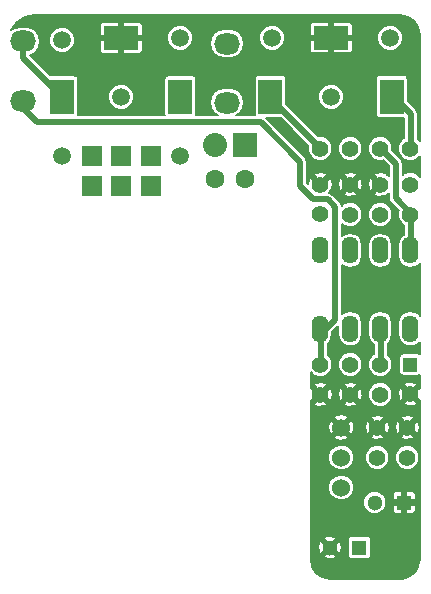
<source format=gbl>
G04 #@! TF.FileFunction,Copper,L2,Bot,Signal*
%FSLAX46Y46*%
G04 Gerber Fmt 4.6, Leading zero omitted, Abs format (unit mm)*
G04 Created by KiCad (PCBNEW (after 2015-may-01 BZR unknown)-product) date 05/11/2015 17:54:16*
%MOMM*%
G01*
G04 APERTURE LIST*
%ADD10C,0.160000*%
%ADD11C,1.397000*%
%ADD12R,1.700000X1.700000*%
%ADD13R,2.000000X3.000000*%
%ADD14R,3.000000X2.000000*%
%ADD15C,1.500000*%
%ADD16R,2.032000X2.032000*%
%ADD17O,2.032000X2.032000*%
%ADD18R,1.200000X1.200000*%
%ADD19R,1.300000X1.300000*%
%ADD20C,1.300000*%
%ADD21O,2.200000X1.800000*%
%ADD22O,1.400000X2.300000*%
%ADD23C,1.524000*%
%ADD24C,1.600000*%
%ADD25C,0.508000*%
%ADD26C,0.152400*%
G04 APERTURE END LIST*
D10*
D11*
X-5138420Y2458720D03*
X-5138420Y-41280D03*
D12*
X-24498420Y2372720D03*
X-24498420Y4872720D03*
X-21998420Y2372720D03*
X-21998420Y4872720D03*
X-19498420Y4872720D03*
X-19498420Y2372720D03*
D13*
X-26998420Y9872720D03*
X-16998420Y9872720D03*
D14*
X-21998420Y14872720D03*
D15*
X-21998420Y9872720D03*
X-16998420Y14872720D03*
X-26998420Y14672720D03*
X-26998420Y4872720D03*
X-16998420Y4872720D03*
D13*
X-9368420Y9884720D03*
X931580Y9884720D03*
D14*
X-4218420Y14884720D03*
D15*
X781580Y14884720D03*
X-9218420Y14884720D03*
X-4218420Y9884720D03*
D16*
X-11542420Y5782720D03*
D17*
X-14082420Y5782720D03*
D11*
X-5138420Y-15321280D03*
X-5138420Y-12781280D03*
X-58420Y2458720D03*
X-58420Y-81280D03*
X-2598420Y-15321280D03*
X-2598420Y-12781280D03*
X2481580Y2458720D03*
X2481580Y-81280D03*
X-58420Y-15321280D03*
X-58420Y-12781280D03*
X2227580Y-18115280D03*
X2227580Y-20655280D03*
X-312420Y-18115280D03*
X-312420Y-20655280D03*
X-5138420Y5506720D03*
X-2598420Y5506720D03*
X2481580Y5506720D03*
X-58420Y5506720D03*
D18*
X2481580Y-12781280D03*
D11*
X2481580Y-15281280D03*
D19*
X-1836420Y-28275280D03*
D20*
X-4336420Y-28275280D03*
D19*
X1973580Y-24465280D03*
D20*
X-526420Y-24465280D03*
D11*
X-2598420Y2458720D03*
X-2598420Y-81280D03*
D21*
X-13012420Y14396720D03*
X-13012420Y9396720D03*
X-30284420Y9570720D03*
X-30284420Y14570720D03*
D22*
X2481580Y-3121280D03*
X-58420Y-3121280D03*
X-2598420Y-3121280D03*
X-5138420Y-3121280D03*
X-5138420Y-9741280D03*
X-2598420Y-9741280D03*
X-58420Y-9741280D03*
X2481580Y-9741280D03*
D23*
X-3360420Y-20655280D03*
X-3360420Y-18115280D03*
X-3360420Y-23195280D03*
D24*
X-14028420Y2966720D03*
X-11488420Y2966720D03*
D25*
X-5087620Y5506720D02*
X-9292420Y9711520D01*
X-9292420Y9711520D02*
X-9292420Y9932720D01*
X2532380Y5506720D02*
X2532380Y8407920D01*
X2532380Y8407920D02*
X1007580Y9932720D01*
X-2420Y-10157280D02*
X-2420Y-12697280D01*
X-30284420Y9570720D02*
X-30284420Y8930640D01*
X-30284420Y8930640D02*
X-29080460Y7726680D01*
X-12171680Y7726680D02*
X-10195560Y7726680D01*
X-29080460Y7726680D02*
X-12171680Y7726680D01*
X-5138420Y-10241280D02*
X-3868420Y-8971280D01*
X-3868420Y538480D02*
X-3868420Y-8971280D01*
X-4523740Y1193800D02*
X-3868420Y538480D01*
X-5722620Y1193800D02*
X-4523740Y1193800D01*
X-6850380Y2321560D02*
X-5722620Y1193800D01*
X-6850380Y4381500D02*
X-6850380Y2321560D01*
X-10195560Y7726680D02*
X-6850380Y4381500D01*
X-5082420Y-10157280D02*
X-5082420Y-12697280D01*
X-30284420Y14570720D02*
X-30284420Y13158720D01*
X-30284420Y13158720D02*
X-26998420Y9872720D01*
X2537580Y2720D02*
X1262380Y1277920D01*
X2537580Y2720D02*
X2537580Y-2537280D01*
X1262380Y1277920D02*
X1262380Y4236720D01*
X1262380Y4236720D02*
X-7620Y5506720D01*
D26*
G36*
X3277380Y-29279831D02*
X3273926Y-29297195D01*
X3273926Y-18187746D01*
X3222010Y-17781811D01*
X3166546Y-17647910D01*
X3030822Y-17570707D01*
X3030822Y-16076312D01*
X2481580Y-15527070D01*
X2235790Y-15772860D01*
X2235790Y-15281280D01*
X1686548Y-14732038D01*
X1542614Y-14813910D01*
X1435234Y-15208814D01*
X1487150Y-15614749D01*
X1542614Y-15748650D01*
X1686548Y-15830522D01*
X2235790Y-15281280D01*
X2235790Y-15772860D01*
X1932338Y-16076312D01*
X2014210Y-16220246D01*
X2409114Y-16327626D01*
X2815049Y-16275710D01*
X2948950Y-16220246D01*
X3030822Y-16076312D01*
X3030822Y-17570707D01*
X3022612Y-17566038D01*
X2776822Y-17811828D01*
X2776822Y-17320248D01*
X2694950Y-17176314D01*
X2300046Y-17068934D01*
X1894111Y-17120850D01*
X1760210Y-17176314D01*
X1678338Y-17320248D01*
X2227580Y-17869490D01*
X2776822Y-17320248D01*
X2776822Y-17811828D01*
X2473370Y-18115280D01*
X3022612Y-18664522D01*
X3166546Y-18582650D01*
X3273926Y-18187746D01*
X3273926Y-29297195D01*
X3256458Y-29385012D01*
X3256458Y-20451557D01*
X3100178Y-20073330D01*
X2811052Y-19783699D01*
X2776822Y-19769485D01*
X2776822Y-18910312D01*
X2227580Y-18361070D01*
X1981790Y-18606860D01*
X1981790Y-18115280D01*
X1432548Y-17566038D01*
X1288614Y-17647910D01*
X1181234Y-18042814D01*
X1233150Y-18448749D01*
X1288614Y-18582650D01*
X1432548Y-18664522D01*
X1981790Y-18115280D01*
X1981790Y-18606860D01*
X1678338Y-18910312D01*
X1760210Y-19054246D01*
X2155114Y-19161626D01*
X2561049Y-19109710D01*
X2694950Y-19054246D01*
X2776822Y-18910312D01*
X2776822Y-19769485D01*
X2433099Y-19626759D01*
X2023857Y-19626402D01*
X1645630Y-19782682D01*
X1355999Y-20071808D01*
X1199059Y-20449761D01*
X1198702Y-20859003D01*
X1354982Y-21237230D01*
X1644108Y-21526861D01*
X2022061Y-21683801D01*
X2431303Y-21684158D01*
X2809530Y-21527878D01*
X3099161Y-21238752D01*
X3256101Y-20860799D01*
X3256458Y-20451557D01*
X3256458Y-29385012D01*
X3147197Y-29934301D01*
X2953780Y-30223769D01*
X2953780Y-25180961D01*
X2953780Y-25049599D01*
X2953780Y-24721630D01*
X2953780Y-24208930D01*
X2953780Y-23880961D01*
X2953780Y-23749599D01*
X2903510Y-23628237D01*
X2810623Y-23535350D01*
X2689261Y-23485080D01*
X2229930Y-23485080D01*
X2147380Y-23567630D01*
X2147380Y-24291480D01*
X2871230Y-24291480D01*
X2953780Y-24208930D01*
X2953780Y-24721630D01*
X2871230Y-24639080D01*
X2147380Y-24639080D01*
X2147380Y-25362930D01*
X2229930Y-25445480D01*
X2689261Y-25445480D01*
X2810623Y-25395210D01*
X2903510Y-25302323D01*
X2953780Y-25180961D01*
X2953780Y-30223769D01*
X2797684Y-30457384D01*
X2274598Y-30806899D01*
X1799780Y-30901345D01*
X1799780Y-25362930D01*
X1799780Y-24639080D01*
X1799780Y-24291480D01*
X1799780Y-23567630D01*
X1717230Y-23485080D01*
X1257899Y-23485080D01*
X1136537Y-23535350D01*
X1043650Y-23628237D01*
X993380Y-23749599D01*
X993380Y-23880961D01*
X993380Y-24208930D01*
X1075930Y-24291480D01*
X1799780Y-24291480D01*
X1799780Y-24639080D01*
X1075930Y-24639080D01*
X993380Y-24721630D01*
X993380Y-25049599D01*
X993380Y-25180961D01*
X1043650Y-25302323D01*
X1136537Y-25395210D01*
X1257899Y-25445480D01*
X1717230Y-25445480D01*
X1799780Y-25362930D01*
X1799780Y-30901345D01*
X1620131Y-30937080D01*
X971780Y-30937080D01*
X971780Y-10220279D01*
X971780Y-9262281D01*
X971780Y-3600279D01*
X971780Y-2642281D01*
X970458Y-2635634D01*
X970458Y122443D01*
X814178Y500670D01*
X525052Y790301D01*
X490822Y804515D01*
X147099Y947241D01*
X-262143Y947598D01*
X-640370Y791318D01*
X-930001Y502192D01*
X-1086941Y124239D01*
X-1087298Y-285003D01*
X-931018Y-663230D01*
X-641892Y-952861D01*
X-263939Y-1109801D01*
X145303Y-1110158D01*
X523530Y-953878D01*
X813161Y-664752D01*
X970101Y-286799D01*
X970458Y122443D01*
X970458Y-2635634D01*
X893361Y-2248041D01*
X670041Y-1913820D01*
X335820Y-1690500D01*
X-58420Y-1612081D01*
X-452660Y-1690500D01*
X-786881Y-1913820D01*
X-1010201Y-2248041D01*
X-1088620Y-2642281D01*
X-1088620Y-3600279D01*
X-1010201Y-3994519D01*
X-786881Y-4328740D01*
X-452660Y-4552060D01*
X-58420Y-4630479D01*
X335820Y-4552060D01*
X670041Y-4328740D01*
X893361Y-3994519D01*
X971780Y-3600279D01*
X971780Y-9262281D01*
X893361Y-8868041D01*
X670041Y-8533820D01*
X335820Y-8310500D01*
X-58420Y-8232081D01*
X-452660Y-8310500D01*
X-786881Y-8533820D01*
X-1010201Y-8868041D01*
X-1088620Y-9262281D01*
X-1088620Y-10220279D01*
X-1010201Y-10614519D01*
X-786881Y-10948740D01*
X-586620Y-11082550D01*
X-586620Y-11886472D01*
X-640370Y-11908682D01*
X-930001Y-12197808D01*
X-1086941Y-12575761D01*
X-1087298Y-12985003D01*
X-931018Y-13363230D01*
X-641892Y-13652861D01*
X-263939Y-13809801D01*
X145303Y-13810158D01*
X523530Y-13653878D01*
X813161Y-13364752D01*
X970101Y-12986799D01*
X970458Y-12577557D01*
X814178Y-12199330D01*
X581780Y-11966526D01*
X581780Y-11007714D01*
X670041Y-10948740D01*
X893361Y-10614519D01*
X971780Y-10220279D01*
X971780Y-30937080D01*
X970458Y-30937080D01*
X970458Y-15117557D01*
X814178Y-14739330D01*
X525052Y-14449699D01*
X147099Y-14292759D01*
X-262143Y-14292402D01*
X-640370Y-14448682D01*
X-930001Y-14737808D01*
X-1086941Y-15115761D01*
X-1087298Y-15525003D01*
X-931018Y-15903230D01*
X-641892Y-16192861D01*
X-263939Y-16349801D01*
X145303Y-16350158D01*
X523530Y-16193878D01*
X813161Y-15904752D01*
X970101Y-15526799D01*
X970458Y-15117557D01*
X970458Y-30937080D01*
X733926Y-30937080D01*
X733926Y-18187746D01*
X682010Y-17781811D01*
X626546Y-17647910D01*
X482612Y-17566038D01*
X236822Y-17811828D01*
X236822Y-17320248D01*
X154950Y-17176314D01*
X-239954Y-17068934D01*
X-645889Y-17120850D01*
X-779790Y-17176314D01*
X-861662Y-17320248D01*
X-312420Y-17869490D01*
X236822Y-17320248D01*
X236822Y-17811828D01*
X-66630Y-18115280D01*
X482612Y-18664522D01*
X626546Y-18582650D01*
X733926Y-18187746D01*
X733926Y-30937080D01*
X716458Y-30937080D01*
X716458Y-20451557D01*
X560178Y-20073330D01*
X271052Y-19783699D01*
X236822Y-19769485D01*
X236822Y-18910312D01*
X-312420Y-18361070D01*
X-558210Y-18606860D01*
X-558210Y-18115280D01*
X-1107452Y-17566038D01*
X-1251386Y-17647910D01*
X-1358766Y-18042814D01*
X-1306850Y-18448749D01*
X-1251386Y-18582650D01*
X-1107452Y-18664522D01*
X-558210Y-18115280D01*
X-558210Y-18606860D01*
X-861662Y-18910312D01*
X-779790Y-19054246D01*
X-384886Y-19161626D01*
X21049Y-19109710D01*
X154950Y-19054246D01*
X236822Y-18910312D01*
X236822Y-19769485D01*
X-106901Y-19626759D01*
X-516143Y-19626402D01*
X-894370Y-19782682D01*
X-1184001Y-20071808D01*
X-1340941Y-20449761D01*
X-1341298Y-20859003D01*
X-1185018Y-21237230D01*
X-895892Y-21526861D01*
X-517939Y-21683801D01*
X-108697Y-21684158D01*
X269530Y-21527878D01*
X559161Y-21238752D01*
X716101Y-20860799D01*
X716458Y-20451557D01*
X716458Y-30937080D01*
X453950Y-30937080D01*
X453950Y-24271162D01*
X305037Y-23910767D01*
X29544Y-23634792D01*
X-330591Y-23485251D01*
X-720538Y-23484910D01*
X-1080933Y-23633823D01*
X-1356908Y-23909316D01*
X-1506449Y-24269451D01*
X-1506790Y-24659398D01*
X-1357877Y-25019793D01*
X-1082384Y-25295768D01*
X-722249Y-25445309D01*
X-332302Y-25445650D01*
X28093Y-25296737D01*
X304068Y-25021244D01*
X453609Y-24661109D01*
X453950Y-24271162D01*
X453950Y-30937080D01*
X-849751Y-30937080D01*
X-849751Y-28925280D01*
X-849751Y-27625280D01*
X-874179Y-27499376D01*
X-946870Y-27388718D01*
X-1056607Y-27314644D01*
X-1186420Y-27288611D01*
X-1552074Y-27288611D01*
X-1552074Y-15393746D01*
X-1552074Y2386254D01*
X-1569542Y2522838D01*
X-1569542Y5710443D01*
X-1725822Y6088670D01*
X-2014948Y6378301D01*
X-2388220Y6533298D01*
X-2388220Y13819039D01*
X-2388220Y14628370D01*
X-2388220Y15141070D01*
X-2388220Y15950401D01*
X-2438490Y16071763D01*
X-2531377Y16164650D01*
X-2652739Y16214920D01*
X-2784101Y16214920D01*
X-3962070Y16214920D01*
X-4044620Y16132370D01*
X-4044620Y15058520D01*
X-2470770Y15058520D01*
X-2388220Y15141070D01*
X-2388220Y14628370D01*
X-2470770Y14710920D01*
X-4044620Y14710920D01*
X-4044620Y13637070D01*
X-3962070Y13554520D01*
X-2784101Y13554520D01*
X-2652739Y13554520D01*
X-2531377Y13604790D01*
X-2438490Y13697677D01*
X-2388220Y13819039D01*
X-2388220Y6533298D01*
X-2392901Y6535241D01*
X-2802143Y6535598D01*
X-3138033Y6396812D01*
X-3138033Y10098642D01*
X-3302137Y10495805D01*
X-3605737Y10799935D01*
X-4002612Y10964732D01*
X-4392220Y10965072D01*
X-4392220Y13637070D01*
X-4392220Y14710920D01*
X-4392220Y15058520D01*
X-4392220Y16132370D01*
X-4474770Y16214920D01*
X-5652739Y16214920D01*
X-5784101Y16214920D01*
X-5905463Y16164650D01*
X-5998350Y16071763D01*
X-6048620Y15950401D01*
X-6048620Y15141070D01*
X-5966070Y15058520D01*
X-4392220Y15058520D01*
X-4392220Y14710920D01*
X-5966070Y14710920D01*
X-6048620Y14628370D01*
X-6048620Y13819039D01*
X-5998350Y13697677D01*
X-5905463Y13604790D01*
X-5784101Y13554520D01*
X-5652739Y13554520D01*
X-4474770Y13554520D01*
X-4392220Y13637070D01*
X-4392220Y10965072D01*
X-4432342Y10965107D01*
X-4829505Y10801003D01*
X-5133635Y10497403D01*
X-5298432Y10100528D01*
X-5298807Y9670798D01*
X-5134703Y9273635D01*
X-4831103Y8969505D01*
X-4434228Y8804708D01*
X-4004498Y8804333D01*
X-3607335Y8968437D01*
X-3303205Y9272037D01*
X-3138408Y9668912D01*
X-3138033Y10098642D01*
X-3138033Y6396812D01*
X-3180370Y6379318D01*
X-3470001Y6090192D01*
X-3626941Y5712239D01*
X-3627298Y5302997D01*
X-3471018Y4924770D01*
X-3181892Y4635139D01*
X-2803939Y4478199D01*
X-2394697Y4477842D01*
X-2016470Y4634122D01*
X-1726839Y4923248D01*
X-1569899Y5301201D01*
X-1569542Y5710443D01*
X-1569542Y2522838D01*
X-1603990Y2792189D01*
X-1659454Y2926090D01*
X-1803388Y3007962D01*
X-2049178Y2762172D01*
X-2049178Y3253752D01*
X-2131050Y3397686D01*
X-2525954Y3505066D01*
X-2931889Y3453150D01*
X-3065790Y3397686D01*
X-3147662Y3253752D01*
X-2598420Y2704510D01*
X-2049178Y3253752D01*
X-2049178Y2762172D01*
X-2352630Y2458720D01*
X-1803388Y1909478D01*
X-1659454Y1991350D01*
X-1552074Y2386254D01*
X-1552074Y-15393746D01*
X-1569542Y-15257162D01*
X-1569542Y-12577557D01*
X-1725822Y-12199330D01*
X-2014948Y-11909699D01*
X-2392901Y-11752759D01*
X-2802143Y-11752402D01*
X-3180370Y-11908682D01*
X-3470001Y-12197808D01*
X-3626941Y-12575761D01*
X-3627298Y-12985003D01*
X-3471018Y-13363230D01*
X-3181892Y-13652861D01*
X-2803939Y-13809801D01*
X-2394697Y-13810158D01*
X-2016470Y-13653878D01*
X-1726839Y-13364752D01*
X-1569899Y-12986799D01*
X-1569542Y-12577557D01*
X-1569542Y-15257162D01*
X-1603990Y-14987811D01*
X-1659454Y-14853910D01*
X-1803388Y-14772038D01*
X-2049178Y-15017828D01*
X-2049178Y-14526248D01*
X-2131050Y-14382314D01*
X-2525954Y-14274934D01*
X-2931889Y-14326850D01*
X-3065790Y-14382314D01*
X-3147662Y-14526248D01*
X-2598420Y-15075490D01*
X-2049178Y-14526248D01*
X-2049178Y-15017828D01*
X-2352630Y-15321280D01*
X-1803388Y-15870522D01*
X-1659454Y-15788650D01*
X-1552074Y-15393746D01*
X-1552074Y-27288611D01*
X-2049178Y-27288611D01*
X-2049178Y-16116312D01*
X-2598420Y-15567070D01*
X-2844210Y-15812860D01*
X-2844210Y-15321280D01*
X-3393452Y-14772038D01*
X-3537386Y-14853910D01*
X-3644766Y-15248814D01*
X-3592850Y-15654749D01*
X-3537386Y-15788650D01*
X-3393452Y-15870522D01*
X-2844210Y-15321280D01*
X-2844210Y-15812860D01*
X-3147662Y-16116312D01*
X-3065790Y-16260246D01*
X-2670886Y-16367626D01*
X-2264951Y-16315710D01*
X-2131050Y-16260246D01*
X-2049178Y-16116312D01*
X-2049178Y-27288611D01*
X-2250289Y-27288611D01*
X-2250289Y-18203061D01*
X-2301200Y-17771550D01*
X-2368385Y-17609352D01*
X-2518897Y-17519547D01*
X-2764687Y-17765337D01*
X-2764687Y-17273757D01*
X-2854492Y-17123245D01*
X-3272639Y-17005149D01*
X-3704150Y-17056060D01*
X-3866348Y-17123245D01*
X-3956153Y-17273757D01*
X-3360420Y-17869490D01*
X-2764687Y-17273757D01*
X-2764687Y-17765337D01*
X-3114630Y-18115280D01*
X-2518897Y-18711013D01*
X-2368385Y-18621208D01*
X-2250289Y-18203061D01*
X-2250289Y-27288611D01*
X-2268031Y-27288611D01*
X-2268031Y-22978981D01*
X-2268031Y-20438981D01*
X-2433958Y-20037407D01*
X-2740931Y-19729898D01*
X-2764687Y-19720033D01*
X-2764687Y-18956803D01*
X-3360420Y-18361070D01*
X-3606210Y-18606860D01*
X-3606210Y-18115280D01*
X-4092074Y-17629416D01*
X-4092074Y-15393746D01*
X-4143990Y-14987811D01*
X-4199454Y-14853910D01*
X-4343388Y-14772038D01*
X-4589178Y-15017828D01*
X-4589178Y-14526248D01*
X-4671050Y-14382314D01*
X-5065954Y-14274934D01*
X-5471889Y-14326850D01*
X-5605790Y-14382314D01*
X-5687662Y-14526248D01*
X-5138420Y-15075490D01*
X-4589178Y-14526248D01*
X-4589178Y-15017828D01*
X-4892630Y-15321280D01*
X-4343388Y-15870522D01*
X-4199454Y-15788650D01*
X-4092074Y-15393746D01*
X-4092074Y-17629416D01*
X-4201943Y-17519547D01*
X-4352455Y-17609352D01*
X-4470551Y-18027499D01*
X-4419640Y-18459010D01*
X-4352455Y-18621208D01*
X-4201943Y-18711013D01*
X-3606210Y-18115280D01*
X-3606210Y-18606860D01*
X-3956153Y-18956803D01*
X-3866348Y-19107315D01*
X-3448201Y-19225411D01*
X-3016690Y-19174500D01*
X-2854492Y-19107315D01*
X-2764687Y-18956803D01*
X-2764687Y-19720033D01*
X-3142215Y-19563270D01*
X-3576719Y-19562891D01*
X-3978293Y-19728818D01*
X-4285802Y-20035791D01*
X-4452430Y-20437075D01*
X-4452809Y-20871579D01*
X-4286882Y-21273153D01*
X-3979909Y-21580662D01*
X-3578625Y-21747290D01*
X-3144121Y-21747669D01*
X-2742547Y-21581742D01*
X-2435038Y-21274769D01*
X-2268410Y-20873485D01*
X-2268031Y-20438981D01*
X-2268031Y-22978981D01*
X-2433958Y-22577407D01*
X-2740931Y-22269898D01*
X-3142215Y-22103270D01*
X-3576719Y-22102891D01*
X-3978293Y-22268818D01*
X-4285802Y-22575791D01*
X-4452430Y-22977075D01*
X-4452809Y-23411579D01*
X-4286882Y-23813153D01*
X-3979909Y-24120662D01*
X-3578625Y-24287290D01*
X-3144121Y-24287669D01*
X-2742547Y-24121742D01*
X-2435038Y-23814769D01*
X-2268410Y-23413485D01*
X-2268031Y-22978981D01*
X-2268031Y-27288611D01*
X-2486420Y-27288611D01*
X-2612324Y-27313039D01*
X-2722982Y-27385730D01*
X-2797056Y-27495467D01*
X-2823089Y-27625280D01*
X-2823089Y-28925280D01*
X-2798661Y-29051184D01*
X-2725970Y-29161842D01*
X-2616233Y-29235916D01*
X-2486420Y-29261949D01*
X-1186420Y-29261949D01*
X-1060516Y-29237521D01*
X-949858Y-29164830D01*
X-875784Y-29055093D01*
X-849751Y-28925280D01*
X-849751Y-30937080D01*
X-3338865Y-30937080D01*
X-3338865Y-28336033D01*
X-3391550Y-27949660D01*
X-3438049Y-27837403D01*
X-3576967Y-27761617D01*
X-3822757Y-28007407D01*
X-3822757Y-27515827D01*
X-3898543Y-27376909D01*
X-4275667Y-27277725D01*
X-4589178Y-27320474D01*
X-4589178Y-16116312D01*
X-5138420Y-15567070D01*
X-5687662Y-16116312D01*
X-5605790Y-16260246D01*
X-5210886Y-16367626D01*
X-4804951Y-16315710D01*
X-4671050Y-16260246D01*
X-4589178Y-16116312D01*
X-4589178Y-27320474D01*
X-4662040Y-27330410D01*
X-4774297Y-27376909D01*
X-4850083Y-27515827D01*
X-4336420Y-28029490D01*
X-3822757Y-27515827D01*
X-3822757Y-28007407D01*
X-4090630Y-28275280D01*
X-3576967Y-28788943D01*
X-3438049Y-28713157D01*
X-3338865Y-28336033D01*
X-3338865Y-30937080D01*
X-3822757Y-30937080D01*
X-3822757Y-29034733D01*
X-4336420Y-28521070D01*
X-4582210Y-28766860D01*
X-4582210Y-28275280D01*
X-5095873Y-27761617D01*
X-5234791Y-27837403D01*
X-5333975Y-28214527D01*
X-5281290Y-28600900D01*
X-5234791Y-28713157D01*
X-5095873Y-28788943D01*
X-4582210Y-28275280D01*
X-4582210Y-28766860D01*
X-4850083Y-29034733D01*
X-4774297Y-29173651D01*
X-4397173Y-29272835D01*
X-4010800Y-29220150D01*
X-3898543Y-29173651D01*
X-3822757Y-29034733D01*
X-3822757Y-30937080D01*
X-4304972Y-30937080D01*
X-4959442Y-30806897D01*
X-5482525Y-30457384D01*
X-5832040Y-29934298D01*
X-5962220Y-29279831D01*
X-5962220Y-15854158D01*
X-5933452Y-15870522D01*
X-5384210Y-15321280D01*
X-5933452Y-14772038D01*
X-5962220Y-14788401D01*
X-5962220Y-13412113D01*
X-5721892Y-13652861D01*
X-5343939Y-13809801D01*
X-4934697Y-13810158D01*
X-4556470Y-13653878D01*
X-4266839Y-13364752D01*
X-4109899Y-12986799D01*
X-4109542Y-12577557D01*
X-4265822Y-12199330D01*
X-4498220Y-11966526D01*
X-4498220Y-11007714D01*
X-4409959Y-10948740D01*
X-4186639Y-10614519D01*
X-4108220Y-10220279D01*
X-4108220Y-10037264D01*
X-3628620Y-9557664D01*
X-3628620Y-10220279D01*
X-3550201Y-10614519D01*
X-3326881Y-10948740D01*
X-2992660Y-11172060D01*
X-2598420Y-11250479D01*
X-2204180Y-11172060D01*
X-1869959Y-10948740D01*
X-1646639Y-10614519D01*
X-1568220Y-10220279D01*
X-1568220Y-9262281D01*
X-1646639Y-8868041D01*
X-1869959Y-8533820D01*
X-2204180Y-8310500D01*
X-2598420Y-8232081D01*
X-2992660Y-8310500D01*
X-3284220Y-8505314D01*
X-3284220Y-4357245D01*
X-2992660Y-4552060D01*
X-2598420Y-4630479D01*
X-2204180Y-4552060D01*
X-1869959Y-4328740D01*
X-1646639Y-3994519D01*
X-1568220Y-3600279D01*
X-1568220Y-2642281D01*
X-1646639Y-2248041D01*
X-1869959Y-1913820D01*
X-2204180Y-1690500D01*
X-2598420Y-1612081D01*
X-2992660Y-1690500D01*
X-3284220Y-1885314D01*
X-3284220Y-850354D01*
X-3181892Y-952861D01*
X-2803939Y-1109801D01*
X-2394697Y-1110158D01*
X-2016470Y-953878D01*
X-1726839Y-664752D01*
X-1569899Y-286799D01*
X-1569542Y122443D01*
X-1725822Y500670D01*
X-2014948Y790301D01*
X-2049178Y804515D01*
X-2049178Y1663688D01*
X-2598420Y2212930D01*
X-2844210Y1967140D01*
X-2844210Y2458720D01*
X-3393452Y3007962D01*
X-3537386Y2926090D01*
X-3644766Y2531186D01*
X-3592850Y2125251D01*
X-3537386Y1991350D01*
X-3393452Y1909478D01*
X-2844210Y2458720D01*
X-2844210Y1967140D01*
X-3147662Y1663688D01*
X-3065790Y1519754D01*
X-2670886Y1412374D01*
X-2264951Y1464290D01*
X-2131050Y1519754D01*
X-2049178Y1663688D01*
X-2049178Y804515D01*
X-2392901Y947241D01*
X-2802143Y947598D01*
X-3180370Y791318D01*
X-3308977Y662937D01*
X-3328690Y762043D01*
X-3328690Y762044D01*
X-3455328Y951572D01*
X-3455332Y951575D01*
X-4092074Y1588318D01*
X-4110648Y1606892D01*
X-4300176Y1733530D01*
X-4368774Y1747175D01*
X-4274927Y1841021D01*
X-4343386Y1909480D01*
X-4199454Y1991350D01*
X-4092074Y2386254D01*
X-4143990Y2792189D01*
X-4199454Y2926090D01*
X-4343388Y3007962D01*
X-4589178Y2762172D01*
X-4589178Y3253752D01*
X-4671050Y3397686D01*
X-5065954Y3505066D01*
X-5471889Y3453150D01*
X-5605790Y3397686D01*
X-5687662Y3253752D01*
X-5138420Y2704510D01*
X-4589178Y3253752D01*
X-4589178Y2762172D01*
X-4892630Y2458720D01*
X-4878488Y2444578D01*
X-5124278Y2198788D01*
X-5138420Y2212930D01*
X-5152563Y2198788D01*
X-5398353Y2444578D01*
X-5384210Y2458720D01*
X-5933452Y3007962D01*
X-6077386Y2926090D01*
X-6184766Y2531186D01*
X-6177573Y2474936D01*
X-6266180Y2563544D01*
X-6266180Y4381500D01*
X-6310650Y4605063D01*
X-6310650Y4605064D01*
X-6437288Y4794592D01*
X-9690747Y8048051D01*
X-8455135Y8048051D01*
X-6152970Y5745886D01*
X-6166941Y5712239D01*
X-6167298Y5302997D01*
X-6011018Y4924770D01*
X-5721892Y4635139D01*
X-5343939Y4478199D01*
X-4934697Y4477842D01*
X-4556470Y4634122D01*
X-4266839Y4923248D01*
X-4109899Y5301201D01*
X-4109542Y5710443D01*
X-4265822Y6088670D01*
X-4554948Y6378301D01*
X-4932901Y6535241D01*
X-5290269Y6535553D01*
X-8031751Y9277035D01*
X-8031751Y11384720D01*
X-8056179Y11510624D01*
X-8128870Y11621282D01*
X-8138033Y11627468D01*
X-8138033Y15098642D01*
X-8302137Y15495805D01*
X-8605737Y15799935D01*
X-9002612Y15964732D01*
X-9432342Y15965107D01*
X-9829505Y15801003D01*
X-10133635Y15497403D01*
X-10298432Y15100528D01*
X-10298807Y14670798D01*
X-10134703Y14273635D01*
X-9831103Y13969505D01*
X-9434228Y13804708D01*
X-9004498Y13804333D01*
X-8607335Y13968437D01*
X-8303205Y14272037D01*
X-8138408Y14668912D01*
X-8138033Y15098642D01*
X-8138033Y11627468D01*
X-8238607Y11695356D01*
X-8368420Y11721389D01*
X-10368420Y11721389D01*
X-10494324Y11696961D01*
X-10604982Y11624270D01*
X-10679056Y11514533D01*
X-10705089Y11384720D01*
X-10705089Y8384720D01*
X-10690763Y8310880D01*
X-12171680Y8310880D01*
X-12237721Y8310880D01*
X-11914518Y8526837D01*
X-11647844Y8925943D01*
X-11554201Y9396720D01*
X-11554201Y14396720D01*
X-11647844Y14867497D01*
X-11914518Y15266603D01*
X-12313624Y15533277D01*
X-12784401Y15626920D01*
X-13240439Y15626920D01*
X-13711216Y15533277D01*
X-14110322Y15266603D01*
X-14376996Y14867497D01*
X-14470639Y14396720D01*
X-14376996Y13925943D01*
X-14110322Y13526837D01*
X-13711216Y13260163D01*
X-13240439Y13166520D01*
X-12784401Y13166520D01*
X-12313624Y13260163D01*
X-11914518Y13526837D01*
X-11647844Y13925943D01*
X-11554201Y14396720D01*
X-11554201Y9396720D01*
X-11647844Y9867497D01*
X-11914518Y10266603D01*
X-12313624Y10533277D01*
X-12784401Y10626920D01*
X-13240439Y10626920D01*
X-13711216Y10533277D01*
X-14110322Y10266603D01*
X-14376996Y9867497D01*
X-14470639Y9396720D01*
X-14376996Y8925943D01*
X-14110322Y8526837D01*
X-13787120Y8310880D01*
X-15674153Y8310880D01*
X-15661751Y8372720D01*
X-15661751Y11372720D01*
X-15686179Y11498624D01*
X-15758870Y11609282D01*
X-15868607Y11683356D01*
X-15918033Y11693269D01*
X-15918033Y15086642D01*
X-16082137Y15483805D01*
X-16385737Y15787935D01*
X-16782612Y15952732D01*
X-17212342Y15953107D01*
X-17609505Y15789003D01*
X-17913635Y15485403D01*
X-18078432Y15088528D01*
X-18078807Y14658798D01*
X-17914703Y14261635D01*
X-17611103Y13957505D01*
X-17214228Y13792708D01*
X-16784498Y13792333D01*
X-16387335Y13956437D01*
X-16083205Y14260037D01*
X-15918408Y14656912D01*
X-15918033Y15086642D01*
X-15918033Y11693269D01*
X-15998420Y11709389D01*
X-17998420Y11709389D01*
X-18124324Y11684961D01*
X-18234982Y11612270D01*
X-18309056Y11502533D01*
X-18335089Y11372720D01*
X-18335089Y8372720D01*
X-18323091Y8310880D01*
X-20168220Y8310880D01*
X-20168220Y13807039D01*
X-20168220Y14616370D01*
X-20168220Y15129070D01*
X-20168220Y15938401D01*
X-20218490Y16059763D01*
X-20311377Y16152650D01*
X-20432739Y16202920D01*
X-20564101Y16202920D01*
X-21742070Y16202920D01*
X-21824620Y16120370D01*
X-21824620Y15046520D01*
X-20250770Y15046520D01*
X-20168220Y15129070D01*
X-20168220Y14616370D01*
X-20250770Y14698920D01*
X-21824620Y14698920D01*
X-21824620Y13625070D01*
X-21742070Y13542520D01*
X-20564101Y13542520D01*
X-20432739Y13542520D01*
X-20311377Y13592790D01*
X-20218490Y13685677D01*
X-20168220Y13807039D01*
X-20168220Y8310880D01*
X-20918033Y8310880D01*
X-20918033Y10086642D01*
X-21082137Y10483805D01*
X-21385737Y10787935D01*
X-21782612Y10952732D01*
X-22172220Y10953072D01*
X-22172220Y13625070D01*
X-22172220Y14698920D01*
X-22172220Y15046520D01*
X-22172220Y16120370D01*
X-22254770Y16202920D01*
X-23432739Y16202920D01*
X-23564101Y16202920D01*
X-23685463Y16152650D01*
X-23778350Y16059763D01*
X-23828620Y15938401D01*
X-23828620Y15129070D01*
X-23746070Y15046520D01*
X-22172220Y15046520D01*
X-22172220Y14698920D01*
X-23746070Y14698920D01*
X-23828620Y14616370D01*
X-23828620Y13807039D01*
X-23778350Y13685677D01*
X-23685463Y13592790D01*
X-23564101Y13542520D01*
X-23432739Y13542520D01*
X-22254770Y13542520D01*
X-22172220Y13625070D01*
X-22172220Y10953072D01*
X-22212342Y10953107D01*
X-22609505Y10789003D01*
X-22913635Y10485403D01*
X-23078432Y10088528D01*
X-23078807Y9658798D01*
X-22914703Y9261635D01*
X-22611103Y8957505D01*
X-22214228Y8792708D01*
X-21784498Y8792333D01*
X-21387335Y8956437D01*
X-21083205Y9260037D01*
X-20918408Y9656912D01*
X-20918033Y10086642D01*
X-20918033Y8310880D01*
X-25674153Y8310880D01*
X-25661751Y8372720D01*
X-25661751Y11372720D01*
X-25686179Y11498624D01*
X-25758870Y11609282D01*
X-25868607Y11683356D01*
X-25918033Y11693269D01*
X-25918033Y14886642D01*
X-26082137Y15283805D01*
X-26385737Y15587935D01*
X-26782612Y15752732D01*
X-27212342Y15753107D01*
X-27609505Y15589003D01*
X-27913635Y15285403D01*
X-28078432Y14888528D01*
X-28078807Y14458798D01*
X-27914703Y14061635D01*
X-27611103Y13757505D01*
X-27214228Y13592708D01*
X-26784498Y13592333D01*
X-26387335Y13756437D01*
X-26083205Y14060037D01*
X-25918408Y14456912D01*
X-25918033Y14886642D01*
X-25918033Y11693269D01*
X-25998420Y11709389D01*
X-27998420Y11709389D01*
X-28007202Y11707686D01*
X-29700220Y13400704D01*
X-29700220Y13411369D01*
X-29585624Y13434163D01*
X-29186518Y13700837D01*
X-28919844Y14099943D01*
X-28826201Y14570720D01*
X-28919844Y15041497D01*
X-29186518Y15440603D01*
X-29585624Y15707277D01*
X-30056401Y15800920D01*
X-30512439Y15800920D01*
X-30983216Y15707277D01*
X-31283658Y15506529D01*
X-30836080Y16176377D01*
X-30150783Y16634279D01*
X-29304972Y16802520D01*
X1620131Y16802520D01*
X2274598Y16672340D01*
X2797684Y16322825D01*
X3147197Y15799742D01*
X3277380Y15145272D01*
X3277380Y6165603D01*
X3116580Y6326683D01*
X3116580Y8407920D01*
X3072110Y8631483D01*
X3072110Y8631484D01*
X2945472Y8821012D01*
X2268249Y9498235D01*
X2268249Y11384720D01*
X2243821Y11510624D01*
X2171130Y11621282D01*
X2061393Y11695356D01*
X1931580Y11721389D01*
X1861967Y11721389D01*
X1861967Y15098642D01*
X1697863Y15495805D01*
X1394263Y15799935D01*
X997388Y15964732D01*
X567658Y15965107D01*
X170495Y15801003D01*
X-133635Y15497403D01*
X-298432Y15100528D01*
X-298807Y14670798D01*
X-134703Y14273635D01*
X168897Y13969505D01*
X565772Y13804708D01*
X995502Y13804333D01*
X1392665Y13968437D01*
X1696795Y14272037D01*
X1861592Y14668912D01*
X1861967Y15098642D01*
X1861967Y11721389D01*
X-68420Y11721389D01*
X-194324Y11696961D01*
X-304982Y11624270D01*
X-379056Y11514533D01*
X-405089Y11384720D01*
X-405089Y8384720D01*
X-380661Y8258816D01*
X-307970Y8148158D01*
X-198233Y8074084D01*
X-68420Y8048051D01*
X1931580Y8048051D01*
X1948180Y8051272D01*
X1948180Y6399379D01*
X1899630Y6379318D01*
X1609999Y6090192D01*
X1453059Y5712239D01*
X1452702Y5302997D01*
X1608982Y4924770D01*
X1898108Y4635139D01*
X2276061Y4478199D01*
X2685303Y4477842D01*
X3063530Y4634122D01*
X3277380Y4847600D01*
X3277380Y3117603D01*
X3065052Y3330301D01*
X2687099Y3487241D01*
X2277857Y3487598D01*
X1899630Y3331318D01*
X1846580Y3278361D01*
X1846580Y4236720D01*
X1802110Y4460283D01*
X1802110Y4460284D01*
X1675472Y4649812D01*
X970148Y5355136D01*
X970458Y5710443D01*
X814178Y6088670D01*
X525052Y6378301D01*
X147099Y6535241D01*
X-262143Y6535598D01*
X-640370Y6379318D01*
X-930001Y6090192D01*
X-1086941Y5712239D01*
X-1087298Y5302997D01*
X-931018Y4924770D01*
X-641892Y4635139D01*
X-263939Y4478199D01*
X145303Y4477842D01*
X180521Y4492395D01*
X678180Y3994736D01*
X678180Y3203312D01*
X559279Y3322213D01*
X490820Y3253755D01*
X408950Y3397686D01*
X14046Y3505066D01*
X-391889Y3453150D01*
X-525790Y3397686D01*
X-607662Y3253752D01*
X-58420Y2704510D01*
X-44278Y2718653D01*
X201512Y2472863D01*
X187370Y2458720D01*
X201512Y2444578D01*
X-44278Y2198788D01*
X-58420Y2212930D01*
X-304210Y1967140D01*
X-304210Y2458720D01*
X-853452Y3007962D01*
X-997386Y2926090D01*
X-1104766Y2531186D01*
X-1052850Y2125251D01*
X-997386Y1991350D01*
X-853452Y1909478D01*
X-304210Y2458720D01*
X-304210Y1967140D01*
X-607662Y1663688D01*
X-525790Y1519754D01*
X-130886Y1412374D01*
X275049Y1464290D01*
X408950Y1519754D01*
X490820Y1663686D01*
X490822Y1663685D01*
X559279Y1595227D01*
X678180Y1714128D01*
X678180Y1277920D01*
X722650Y1054356D01*
X849288Y864828D01*
X1493202Y220914D01*
X1453059Y124239D01*
X1452702Y-285003D01*
X1608982Y-663230D01*
X1898108Y-952861D01*
X1953380Y-975811D01*
X1953380Y-1780009D01*
X1753119Y-1913820D01*
X1529799Y-2248041D01*
X1451380Y-2642281D01*
X1451380Y-3600279D01*
X1529799Y-3994519D01*
X1753119Y-4328740D01*
X2087340Y-4552060D01*
X2481580Y-4630479D01*
X2875820Y-4552060D01*
X3210041Y-4328740D01*
X3277380Y-4227960D01*
X3277380Y-8634599D01*
X3210041Y-8533820D01*
X2875820Y-8310500D01*
X2481580Y-8232081D01*
X2087340Y-8310500D01*
X1753119Y-8533820D01*
X1529799Y-8868041D01*
X1451380Y-9262281D01*
X1451380Y-10220279D01*
X1529799Y-10614519D01*
X1753119Y-10948740D01*
X2087340Y-11172060D01*
X2481580Y-11250479D01*
X2875820Y-11172060D01*
X3210041Y-10948740D01*
X3277380Y-10847960D01*
X3277380Y-11915186D01*
X3211393Y-11870644D01*
X3081580Y-11844611D01*
X1881580Y-11844611D01*
X1755676Y-11869039D01*
X1645018Y-11941730D01*
X1570944Y-12051467D01*
X1544911Y-12181280D01*
X1544911Y-13381280D01*
X1569339Y-13507184D01*
X1642030Y-13617842D01*
X1751767Y-13691916D01*
X1881580Y-13717949D01*
X3081580Y-13717949D01*
X3207484Y-13693521D01*
X3277380Y-13647606D01*
X3277380Y-14732474D01*
X3276612Y-14732038D01*
X3030822Y-14977828D01*
X3030822Y-14486248D01*
X2948950Y-14342314D01*
X2554046Y-14234934D01*
X2148111Y-14286850D01*
X2014210Y-14342314D01*
X1932338Y-14486248D01*
X2481580Y-15035490D01*
X3030822Y-14486248D01*
X3030822Y-14977828D01*
X2727370Y-15281280D01*
X3276612Y-15830522D01*
X3277380Y-15830085D01*
X3277380Y-29279831D01*
X3277380Y-29279831D01*
G37*
X3277380Y-29279831D02*
X3273926Y-29297195D01*
X3273926Y-18187746D01*
X3222010Y-17781811D01*
X3166546Y-17647910D01*
X3030822Y-17570707D01*
X3030822Y-16076312D01*
X2481580Y-15527070D01*
X2235790Y-15772860D01*
X2235790Y-15281280D01*
X1686548Y-14732038D01*
X1542614Y-14813910D01*
X1435234Y-15208814D01*
X1487150Y-15614749D01*
X1542614Y-15748650D01*
X1686548Y-15830522D01*
X2235790Y-15281280D01*
X2235790Y-15772860D01*
X1932338Y-16076312D01*
X2014210Y-16220246D01*
X2409114Y-16327626D01*
X2815049Y-16275710D01*
X2948950Y-16220246D01*
X3030822Y-16076312D01*
X3030822Y-17570707D01*
X3022612Y-17566038D01*
X2776822Y-17811828D01*
X2776822Y-17320248D01*
X2694950Y-17176314D01*
X2300046Y-17068934D01*
X1894111Y-17120850D01*
X1760210Y-17176314D01*
X1678338Y-17320248D01*
X2227580Y-17869490D01*
X2776822Y-17320248D01*
X2776822Y-17811828D01*
X2473370Y-18115280D01*
X3022612Y-18664522D01*
X3166546Y-18582650D01*
X3273926Y-18187746D01*
X3273926Y-29297195D01*
X3256458Y-29385012D01*
X3256458Y-20451557D01*
X3100178Y-20073330D01*
X2811052Y-19783699D01*
X2776822Y-19769485D01*
X2776822Y-18910312D01*
X2227580Y-18361070D01*
X1981790Y-18606860D01*
X1981790Y-18115280D01*
X1432548Y-17566038D01*
X1288614Y-17647910D01*
X1181234Y-18042814D01*
X1233150Y-18448749D01*
X1288614Y-18582650D01*
X1432548Y-18664522D01*
X1981790Y-18115280D01*
X1981790Y-18606860D01*
X1678338Y-18910312D01*
X1760210Y-19054246D01*
X2155114Y-19161626D01*
X2561049Y-19109710D01*
X2694950Y-19054246D01*
X2776822Y-18910312D01*
X2776822Y-19769485D01*
X2433099Y-19626759D01*
X2023857Y-19626402D01*
X1645630Y-19782682D01*
X1355999Y-20071808D01*
X1199059Y-20449761D01*
X1198702Y-20859003D01*
X1354982Y-21237230D01*
X1644108Y-21526861D01*
X2022061Y-21683801D01*
X2431303Y-21684158D01*
X2809530Y-21527878D01*
X3099161Y-21238752D01*
X3256101Y-20860799D01*
X3256458Y-20451557D01*
X3256458Y-29385012D01*
X3147197Y-29934301D01*
X2953780Y-30223769D01*
X2953780Y-25180961D01*
X2953780Y-25049599D01*
X2953780Y-24721630D01*
X2953780Y-24208930D01*
X2953780Y-23880961D01*
X2953780Y-23749599D01*
X2903510Y-23628237D01*
X2810623Y-23535350D01*
X2689261Y-23485080D01*
X2229930Y-23485080D01*
X2147380Y-23567630D01*
X2147380Y-24291480D01*
X2871230Y-24291480D01*
X2953780Y-24208930D01*
X2953780Y-24721630D01*
X2871230Y-24639080D01*
X2147380Y-24639080D01*
X2147380Y-25362930D01*
X2229930Y-25445480D01*
X2689261Y-25445480D01*
X2810623Y-25395210D01*
X2903510Y-25302323D01*
X2953780Y-25180961D01*
X2953780Y-30223769D01*
X2797684Y-30457384D01*
X2274598Y-30806899D01*
X1799780Y-30901345D01*
X1799780Y-25362930D01*
X1799780Y-24639080D01*
X1799780Y-24291480D01*
X1799780Y-23567630D01*
X1717230Y-23485080D01*
X1257899Y-23485080D01*
X1136537Y-23535350D01*
X1043650Y-23628237D01*
X993380Y-23749599D01*
X993380Y-23880961D01*
X993380Y-24208930D01*
X1075930Y-24291480D01*
X1799780Y-24291480D01*
X1799780Y-24639080D01*
X1075930Y-24639080D01*
X993380Y-24721630D01*
X993380Y-25049599D01*
X993380Y-25180961D01*
X1043650Y-25302323D01*
X1136537Y-25395210D01*
X1257899Y-25445480D01*
X1717230Y-25445480D01*
X1799780Y-25362930D01*
X1799780Y-30901345D01*
X1620131Y-30937080D01*
X971780Y-30937080D01*
X971780Y-10220279D01*
X971780Y-9262281D01*
X971780Y-3600279D01*
X971780Y-2642281D01*
X970458Y-2635634D01*
X970458Y122443D01*
X814178Y500670D01*
X525052Y790301D01*
X490822Y804515D01*
X147099Y947241D01*
X-262143Y947598D01*
X-640370Y791318D01*
X-930001Y502192D01*
X-1086941Y124239D01*
X-1087298Y-285003D01*
X-931018Y-663230D01*
X-641892Y-952861D01*
X-263939Y-1109801D01*
X145303Y-1110158D01*
X523530Y-953878D01*
X813161Y-664752D01*
X970101Y-286799D01*
X970458Y122443D01*
X970458Y-2635634D01*
X893361Y-2248041D01*
X670041Y-1913820D01*
X335820Y-1690500D01*
X-58420Y-1612081D01*
X-452660Y-1690500D01*
X-786881Y-1913820D01*
X-1010201Y-2248041D01*
X-1088620Y-2642281D01*
X-1088620Y-3600279D01*
X-1010201Y-3994519D01*
X-786881Y-4328740D01*
X-452660Y-4552060D01*
X-58420Y-4630479D01*
X335820Y-4552060D01*
X670041Y-4328740D01*
X893361Y-3994519D01*
X971780Y-3600279D01*
X971780Y-9262281D01*
X893361Y-8868041D01*
X670041Y-8533820D01*
X335820Y-8310500D01*
X-58420Y-8232081D01*
X-452660Y-8310500D01*
X-786881Y-8533820D01*
X-1010201Y-8868041D01*
X-1088620Y-9262281D01*
X-1088620Y-10220279D01*
X-1010201Y-10614519D01*
X-786881Y-10948740D01*
X-586620Y-11082550D01*
X-586620Y-11886472D01*
X-640370Y-11908682D01*
X-930001Y-12197808D01*
X-1086941Y-12575761D01*
X-1087298Y-12985003D01*
X-931018Y-13363230D01*
X-641892Y-13652861D01*
X-263939Y-13809801D01*
X145303Y-13810158D01*
X523530Y-13653878D01*
X813161Y-13364752D01*
X970101Y-12986799D01*
X970458Y-12577557D01*
X814178Y-12199330D01*
X581780Y-11966526D01*
X581780Y-11007714D01*
X670041Y-10948740D01*
X893361Y-10614519D01*
X971780Y-10220279D01*
X971780Y-30937080D01*
X970458Y-30937080D01*
X970458Y-15117557D01*
X814178Y-14739330D01*
X525052Y-14449699D01*
X147099Y-14292759D01*
X-262143Y-14292402D01*
X-640370Y-14448682D01*
X-930001Y-14737808D01*
X-1086941Y-15115761D01*
X-1087298Y-15525003D01*
X-931018Y-15903230D01*
X-641892Y-16192861D01*
X-263939Y-16349801D01*
X145303Y-16350158D01*
X523530Y-16193878D01*
X813161Y-15904752D01*
X970101Y-15526799D01*
X970458Y-15117557D01*
X970458Y-30937080D01*
X733926Y-30937080D01*
X733926Y-18187746D01*
X682010Y-17781811D01*
X626546Y-17647910D01*
X482612Y-17566038D01*
X236822Y-17811828D01*
X236822Y-17320248D01*
X154950Y-17176314D01*
X-239954Y-17068934D01*
X-645889Y-17120850D01*
X-779790Y-17176314D01*
X-861662Y-17320248D01*
X-312420Y-17869490D01*
X236822Y-17320248D01*
X236822Y-17811828D01*
X-66630Y-18115280D01*
X482612Y-18664522D01*
X626546Y-18582650D01*
X733926Y-18187746D01*
X733926Y-30937080D01*
X716458Y-30937080D01*
X716458Y-20451557D01*
X560178Y-20073330D01*
X271052Y-19783699D01*
X236822Y-19769485D01*
X236822Y-18910312D01*
X-312420Y-18361070D01*
X-558210Y-18606860D01*
X-558210Y-18115280D01*
X-1107452Y-17566038D01*
X-1251386Y-17647910D01*
X-1358766Y-18042814D01*
X-1306850Y-18448749D01*
X-1251386Y-18582650D01*
X-1107452Y-18664522D01*
X-558210Y-18115280D01*
X-558210Y-18606860D01*
X-861662Y-18910312D01*
X-779790Y-19054246D01*
X-384886Y-19161626D01*
X21049Y-19109710D01*
X154950Y-19054246D01*
X236822Y-18910312D01*
X236822Y-19769485D01*
X-106901Y-19626759D01*
X-516143Y-19626402D01*
X-894370Y-19782682D01*
X-1184001Y-20071808D01*
X-1340941Y-20449761D01*
X-1341298Y-20859003D01*
X-1185018Y-21237230D01*
X-895892Y-21526861D01*
X-517939Y-21683801D01*
X-108697Y-21684158D01*
X269530Y-21527878D01*
X559161Y-21238752D01*
X716101Y-20860799D01*
X716458Y-20451557D01*
X716458Y-30937080D01*
X453950Y-30937080D01*
X453950Y-24271162D01*
X305037Y-23910767D01*
X29544Y-23634792D01*
X-330591Y-23485251D01*
X-720538Y-23484910D01*
X-1080933Y-23633823D01*
X-1356908Y-23909316D01*
X-1506449Y-24269451D01*
X-1506790Y-24659398D01*
X-1357877Y-25019793D01*
X-1082384Y-25295768D01*
X-722249Y-25445309D01*
X-332302Y-25445650D01*
X28093Y-25296737D01*
X304068Y-25021244D01*
X453609Y-24661109D01*
X453950Y-24271162D01*
X453950Y-30937080D01*
X-849751Y-30937080D01*
X-849751Y-28925280D01*
X-849751Y-27625280D01*
X-874179Y-27499376D01*
X-946870Y-27388718D01*
X-1056607Y-27314644D01*
X-1186420Y-27288611D01*
X-1552074Y-27288611D01*
X-1552074Y-15393746D01*
X-1552074Y2386254D01*
X-1569542Y2522838D01*
X-1569542Y5710443D01*
X-1725822Y6088670D01*
X-2014948Y6378301D01*
X-2388220Y6533298D01*
X-2388220Y13819039D01*
X-2388220Y14628370D01*
X-2388220Y15141070D01*
X-2388220Y15950401D01*
X-2438490Y16071763D01*
X-2531377Y16164650D01*
X-2652739Y16214920D01*
X-2784101Y16214920D01*
X-3962070Y16214920D01*
X-4044620Y16132370D01*
X-4044620Y15058520D01*
X-2470770Y15058520D01*
X-2388220Y15141070D01*
X-2388220Y14628370D01*
X-2470770Y14710920D01*
X-4044620Y14710920D01*
X-4044620Y13637070D01*
X-3962070Y13554520D01*
X-2784101Y13554520D01*
X-2652739Y13554520D01*
X-2531377Y13604790D01*
X-2438490Y13697677D01*
X-2388220Y13819039D01*
X-2388220Y6533298D01*
X-2392901Y6535241D01*
X-2802143Y6535598D01*
X-3138033Y6396812D01*
X-3138033Y10098642D01*
X-3302137Y10495805D01*
X-3605737Y10799935D01*
X-4002612Y10964732D01*
X-4392220Y10965072D01*
X-4392220Y13637070D01*
X-4392220Y14710920D01*
X-4392220Y15058520D01*
X-4392220Y16132370D01*
X-4474770Y16214920D01*
X-5652739Y16214920D01*
X-5784101Y16214920D01*
X-5905463Y16164650D01*
X-5998350Y16071763D01*
X-6048620Y15950401D01*
X-6048620Y15141070D01*
X-5966070Y15058520D01*
X-4392220Y15058520D01*
X-4392220Y14710920D01*
X-5966070Y14710920D01*
X-6048620Y14628370D01*
X-6048620Y13819039D01*
X-5998350Y13697677D01*
X-5905463Y13604790D01*
X-5784101Y13554520D01*
X-5652739Y13554520D01*
X-4474770Y13554520D01*
X-4392220Y13637070D01*
X-4392220Y10965072D01*
X-4432342Y10965107D01*
X-4829505Y10801003D01*
X-5133635Y10497403D01*
X-5298432Y10100528D01*
X-5298807Y9670798D01*
X-5134703Y9273635D01*
X-4831103Y8969505D01*
X-4434228Y8804708D01*
X-4004498Y8804333D01*
X-3607335Y8968437D01*
X-3303205Y9272037D01*
X-3138408Y9668912D01*
X-3138033Y10098642D01*
X-3138033Y6396812D01*
X-3180370Y6379318D01*
X-3470001Y6090192D01*
X-3626941Y5712239D01*
X-3627298Y5302997D01*
X-3471018Y4924770D01*
X-3181892Y4635139D01*
X-2803939Y4478199D01*
X-2394697Y4477842D01*
X-2016470Y4634122D01*
X-1726839Y4923248D01*
X-1569899Y5301201D01*
X-1569542Y5710443D01*
X-1569542Y2522838D01*
X-1603990Y2792189D01*
X-1659454Y2926090D01*
X-1803388Y3007962D01*
X-2049178Y2762172D01*
X-2049178Y3253752D01*
X-2131050Y3397686D01*
X-2525954Y3505066D01*
X-2931889Y3453150D01*
X-3065790Y3397686D01*
X-3147662Y3253752D01*
X-2598420Y2704510D01*
X-2049178Y3253752D01*
X-2049178Y2762172D01*
X-2352630Y2458720D01*
X-1803388Y1909478D01*
X-1659454Y1991350D01*
X-1552074Y2386254D01*
X-1552074Y-15393746D01*
X-1569542Y-15257162D01*
X-1569542Y-12577557D01*
X-1725822Y-12199330D01*
X-2014948Y-11909699D01*
X-2392901Y-11752759D01*
X-2802143Y-11752402D01*
X-3180370Y-11908682D01*
X-3470001Y-12197808D01*
X-3626941Y-12575761D01*
X-3627298Y-12985003D01*
X-3471018Y-13363230D01*
X-3181892Y-13652861D01*
X-2803939Y-13809801D01*
X-2394697Y-13810158D01*
X-2016470Y-13653878D01*
X-1726839Y-13364752D01*
X-1569899Y-12986799D01*
X-1569542Y-12577557D01*
X-1569542Y-15257162D01*
X-1603990Y-14987811D01*
X-1659454Y-14853910D01*
X-1803388Y-14772038D01*
X-2049178Y-15017828D01*
X-2049178Y-14526248D01*
X-2131050Y-14382314D01*
X-2525954Y-14274934D01*
X-2931889Y-14326850D01*
X-3065790Y-14382314D01*
X-3147662Y-14526248D01*
X-2598420Y-15075490D01*
X-2049178Y-14526248D01*
X-2049178Y-15017828D01*
X-2352630Y-15321280D01*
X-1803388Y-15870522D01*
X-1659454Y-15788650D01*
X-1552074Y-15393746D01*
X-1552074Y-27288611D01*
X-2049178Y-27288611D01*
X-2049178Y-16116312D01*
X-2598420Y-15567070D01*
X-2844210Y-15812860D01*
X-2844210Y-15321280D01*
X-3393452Y-14772038D01*
X-3537386Y-14853910D01*
X-3644766Y-15248814D01*
X-3592850Y-15654749D01*
X-3537386Y-15788650D01*
X-3393452Y-15870522D01*
X-2844210Y-15321280D01*
X-2844210Y-15812860D01*
X-3147662Y-16116312D01*
X-3065790Y-16260246D01*
X-2670886Y-16367626D01*
X-2264951Y-16315710D01*
X-2131050Y-16260246D01*
X-2049178Y-16116312D01*
X-2049178Y-27288611D01*
X-2250289Y-27288611D01*
X-2250289Y-18203061D01*
X-2301200Y-17771550D01*
X-2368385Y-17609352D01*
X-2518897Y-17519547D01*
X-2764687Y-17765337D01*
X-2764687Y-17273757D01*
X-2854492Y-17123245D01*
X-3272639Y-17005149D01*
X-3704150Y-17056060D01*
X-3866348Y-17123245D01*
X-3956153Y-17273757D01*
X-3360420Y-17869490D01*
X-2764687Y-17273757D01*
X-2764687Y-17765337D01*
X-3114630Y-18115280D01*
X-2518897Y-18711013D01*
X-2368385Y-18621208D01*
X-2250289Y-18203061D01*
X-2250289Y-27288611D01*
X-2268031Y-27288611D01*
X-2268031Y-22978981D01*
X-2268031Y-20438981D01*
X-2433958Y-20037407D01*
X-2740931Y-19729898D01*
X-2764687Y-19720033D01*
X-2764687Y-18956803D01*
X-3360420Y-18361070D01*
X-3606210Y-18606860D01*
X-3606210Y-18115280D01*
X-4092074Y-17629416D01*
X-4092074Y-15393746D01*
X-4143990Y-14987811D01*
X-4199454Y-14853910D01*
X-4343388Y-14772038D01*
X-4589178Y-15017828D01*
X-4589178Y-14526248D01*
X-4671050Y-14382314D01*
X-5065954Y-14274934D01*
X-5471889Y-14326850D01*
X-5605790Y-14382314D01*
X-5687662Y-14526248D01*
X-5138420Y-15075490D01*
X-4589178Y-14526248D01*
X-4589178Y-15017828D01*
X-4892630Y-15321280D01*
X-4343388Y-15870522D01*
X-4199454Y-15788650D01*
X-4092074Y-15393746D01*
X-4092074Y-17629416D01*
X-4201943Y-17519547D01*
X-4352455Y-17609352D01*
X-4470551Y-18027499D01*
X-4419640Y-18459010D01*
X-4352455Y-18621208D01*
X-4201943Y-18711013D01*
X-3606210Y-18115280D01*
X-3606210Y-18606860D01*
X-3956153Y-18956803D01*
X-3866348Y-19107315D01*
X-3448201Y-19225411D01*
X-3016690Y-19174500D01*
X-2854492Y-19107315D01*
X-2764687Y-18956803D01*
X-2764687Y-19720033D01*
X-3142215Y-19563270D01*
X-3576719Y-19562891D01*
X-3978293Y-19728818D01*
X-4285802Y-20035791D01*
X-4452430Y-20437075D01*
X-4452809Y-20871579D01*
X-4286882Y-21273153D01*
X-3979909Y-21580662D01*
X-3578625Y-21747290D01*
X-3144121Y-21747669D01*
X-2742547Y-21581742D01*
X-2435038Y-21274769D01*
X-2268410Y-20873485D01*
X-2268031Y-20438981D01*
X-2268031Y-22978981D01*
X-2433958Y-22577407D01*
X-2740931Y-22269898D01*
X-3142215Y-22103270D01*
X-3576719Y-22102891D01*
X-3978293Y-22268818D01*
X-4285802Y-22575791D01*
X-4452430Y-22977075D01*
X-4452809Y-23411579D01*
X-4286882Y-23813153D01*
X-3979909Y-24120662D01*
X-3578625Y-24287290D01*
X-3144121Y-24287669D01*
X-2742547Y-24121742D01*
X-2435038Y-23814769D01*
X-2268410Y-23413485D01*
X-2268031Y-22978981D01*
X-2268031Y-27288611D01*
X-2486420Y-27288611D01*
X-2612324Y-27313039D01*
X-2722982Y-27385730D01*
X-2797056Y-27495467D01*
X-2823089Y-27625280D01*
X-2823089Y-28925280D01*
X-2798661Y-29051184D01*
X-2725970Y-29161842D01*
X-2616233Y-29235916D01*
X-2486420Y-29261949D01*
X-1186420Y-29261949D01*
X-1060516Y-29237521D01*
X-949858Y-29164830D01*
X-875784Y-29055093D01*
X-849751Y-28925280D01*
X-849751Y-30937080D01*
X-3338865Y-30937080D01*
X-3338865Y-28336033D01*
X-3391550Y-27949660D01*
X-3438049Y-27837403D01*
X-3576967Y-27761617D01*
X-3822757Y-28007407D01*
X-3822757Y-27515827D01*
X-3898543Y-27376909D01*
X-4275667Y-27277725D01*
X-4589178Y-27320474D01*
X-4589178Y-16116312D01*
X-5138420Y-15567070D01*
X-5687662Y-16116312D01*
X-5605790Y-16260246D01*
X-5210886Y-16367626D01*
X-4804951Y-16315710D01*
X-4671050Y-16260246D01*
X-4589178Y-16116312D01*
X-4589178Y-27320474D01*
X-4662040Y-27330410D01*
X-4774297Y-27376909D01*
X-4850083Y-27515827D01*
X-4336420Y-28029490D01*
X-3822757Y-27515827D01*
X-3822757Y-28007407D01*
X-4090630Y-28275280D01*
X-3576967Y-28788943D01*
X-3438049Y-28713157D01*
X-3338865Y-28336033D01*
X-3338865Y-30937080D01*
X-3822757Y-30937080D01*
X-3822757Y-29034733D01*
X-4336420Y-28521070D01*
X-4582210Y-28766860D01*
X-4582210Y-28275280D01*
X-5095873Y-27761617D01*
X-5234791Y-27837403D01*
X-5333975Y-28214527D01*
X-5281290Y-28600900D01*
X-5234791Y-28713157D01*
X-5095873Y-28788943D01*
X-4582210Y-28275280D01*
X-4582210Y-28766860D01*
X-4850083Y-29034733D01*
X-4774297Y-29173651D01*
X-4397173Y-29272835D01*
X-4010800Y-29220150D01*
X-3898543Y-29173651D01*
X-3822757Y-29034733D01*
X-3822757Y-30937080D01*
X-4304972Y-30937080D01*
X-4959442Y-30806897D01*
X-5482525Y-30457384D01*
X-5832040Y-29934298D01*
X-5962220Y-29279831D01*
X-5962220Y-15854158D01*
X-5933452Y-15870522D01*
X-5384210Y-15321280D01*
X-5933452Y-14772038D01*
X-5962220Y-14788401D01*
X-5962220Y-13412113D01*
X-5721892Y-13652861D01*
X-5343939Y-13809801D01*
X-4934697Y-13810158D01*
X-4556470Y-13653878D01*
X-4266839Y-13364752D01*
X-4109899Y-12986799D01*
X-4109542Y-12577557D01*
X-4265822Y-12199330D01*
X-4498220Y-11966526D01*
X-4498220Y-11007714D01*
X-4409959Y-10948740D01*
X-4186639Y-10614519D01*
X-4108220Y-10220279D01*
X-4108220Y-10037264D01*
X-3628620Y-9557664D01*
X-3628620Y-10220279D01*
X-3550201Y-10614519D01*
X-3326881Y-10948740D01*
X-2992660Y-11172060D01*
X-2598420Y-11250479D01*
X-2204180Y-11172060D01*
X-1869959Y-10948740D01*
X-1646639Y-10614519D01*
X-1568220Y-10220279D01*
X-1568220Y-9262281D01*
X-1646639Y-8868041D01*
X-1869959Y-8533820D01*
X-2204180Y-8310500D01*
X-2598420Y-8232081D01*
X-2992660Y-8310500D01*
X-3284220Y-8505314D01*
X-3284220Y-4357245D01*
X-2992660Y-4552060D01*
X-2598420Y-4630479D01*
X-2204180Y-4552060D01*
X-1869959Y-4328740D01*
X-1646639Y-3994519D01*
X-1568220Y-3600279D01*
X-1568220Y-2642281D01*
X-1646639Y-2248041D01*
X-1869959Y-1913820D01*
X-2204180Y-1690500D01*
X-2598420Y-1612081D01*
X-2992660Y-1690500D01*
X-3284220Y-1885314D01*
X-3284220Y-850354D01*
X-3181892Y-952861D01*
X-2803939Y-1109801D01*
X-2394697Y-1110158D01*
X-2016470Y-953878D01*
X-1726839Y-664752D01*
X-1569899Y-286799D01*
X-1569542Y122443D01*
X-1725822Y500670D01*
X-2014948Y790301D01*
X-2049178Y804515D01*
X-2049178Y1663688D01*
X-2598420Y2212930D01*
X-2844210Y1967140D01*
X-2844210Y2458720D01*
X-3393452Y3007962D01*
X-3537386Y2926090D01*
X-3644766Y2531186D01*
X-3592850Y2125251D01*
X-3537386Y1991350D01*
X-3393452Y1909478D01*
X-2844210Y2458720D01*
X-2844210Y1967140D01*
X-3147662Y1663688D01*
X-3065790Y1519754D01*
X-2670886Y1412374D01*
X-2264951Y1464290D01*
X-2131050Y1519754D01*
X-2049178Y1663688D01*
X-2049178Y804515D01*
X-2392901Y947241D01*
X-2802143Y947598D01*
X-3180370Y791318D01*
X-3308977Y662937D01*
X-3328690Y762043D01*
X-3328690Y762044D01*
X-3455328Y951572D01*
X-3455332Y951575D01*
X-4092074Y1588318D01*
X-4110648Y1606892D01*
X-4300176Y1733530D01*
X-4368774Y1747175D01*
X-4274927Y1841021D01*
X-4343386Y1909480D01*
X-4199454Y1991350D01*
X-4092074Y2386254D01*
X-4143990Y2792189D01*
X-4199454Y2926090D01*
X-4343388Y3007962D01*
X-4589178Y2762172D01*
X-4589178Y3253752D01*
X-4671050Y3397686D01*
X-5065954Y3505066D01*
X-5471889Y3453150D01*
X-5605790Y3397686D01*
X-5687662Y3253752D01*
X-5138420Y2704510D01*
X-4589178Y3253752D01*
X-4589178Y2762172D01*
X-4892630Y2458720D01*
X-4878488Y2444578D01*
X-5124278Y2198788D01*
X-5138420Y2212930D01*
X-5152563Y2198788D01*
X-5398353Y2444578D01*
X-5384210Y2458720D01*
X-5933452Y3007962D01*
X-6077386Y2926090D01*
X-6184766Y2531186D01*
X-6177573Y2474936D01*
X-6266180Y2563544D01*
X-6266180Y4381500D01*
X-6310650Y4605063D01*
X-6310650Y4605064D01*
X-6437288Y4794592D01*
X-9690747Y8048051D01*
X-8455135Y8048051D01*
X-6152970Y5745886D01*
X-6166941Y5712239D01*
X-6167298Y5302997D01*
X-6011018Y4924770D01*
X-5721892Y4635139D01*
X-5343939Y4478199D01*
X-4934697Y4477842D01*
X-4556470Y4634122D01*
X-4266839Y4923248D01*
X-4109899Y5301201D01*
X-4109542Y5710443D01*
X-4265822Y6088670D01*
X-4554948Y6378301D01*
X-4932901Y6535241D01*
X-5290269Y6535553D01*
X-8031751Y9277035D01*
X-8031751Y11384720D01*
X-8056179Y11510624D01*
X-8128870Y11621282D01*
X-8138033Y11627468D01*
X-8138033Y15098642D01*
X-8302137Y15495805D01*
X-8605737Y15799935D01*
X-9002612Y15964732D01*
X-9432342Y15965107D01*
X-9829505Y15801003D01*
X-10133635Y15497403D01*
X-10298432Y15100528D01*
X-10298807Y14670798D01*
X-10134703Y14273635D01*
X-9831103Y13969505D01*
X-9434228Y13804708D01*
X-9004498Y13804333D01*
X-8607335Y13968437D01*
X-8303205Y14272037D01*
X-8138408Y14668912D01*
X-8138033Y15098642D01*
X-8138033Y11627468D01*
X-8238607Y11695356D01*
X-8368420Y11721389D01*
X-10368420Y11721389D01*
X-10494324Y11696961D01*
X-10604982Y11624270D01*
X-10679056Y11514533D01*
X-10705089Y11384720D01*
X-10705089Y8384720D01*
X-10690763Y8310880D01*
X-12171680Y8310880D01*
X-12237721Y8310880D01*
X-11914518Y8526837D01*
X-11647844Y8925943D01*
X-11554201Y9396720D01*
X-11554201Y14396720D01*
X-11647844Y14867497D01*
X-11914518Y15266603D01*
X-12313624Y15533277D01*
X-12784401Y15626920D01*
X-13240439Y15626920D01*
X-13711216Y15533277D01*
X-14110322Y15266603D01*
X-14376996Y14867497D01*
X-14470639Y14396720D01*
X-14376996Y13925943D01*
X-14110322Y13526837D01*
X-13711216Y13260163D01*
X-13240439Y13166520D01*
X-12784401Y13166520D01*
X-12313624Y13260163D01*
X-11914518Y13526837D01*
X-11647844Y13925943D01*
X-11554201Y14396720D01*
X-11554201Y9396720D01*
X-11647844Y9867497D01*
X-11914518Y10266603D01*
X-12313624Y10533277D01*
X-12784401Y10626920D01*
X-13240439Y10626920D01*
X-13711216Y10533277D01*
X-14110322Y10266603D01*
X-14376996Y9867497D01*
X-14470639Y9396720D01*
X-14376996Y8925943D01*
X-14110322Y8526837D01*
X-13787120Y8310880D01*
X-15674153Y8310880D01*
X-15661751Y8372720D01*
X-15661751Y11372720D01*
X-15686179Y11498624D01*
X-15758870Y11609282D01*
X-15868607Y11683356D01*
X-15918033Y11693269D01*
X-15918033Y15086642D01*
X-16082137Y15483805D01*
X-16385737Y15787935D01*
X-16782612Y15952732D01*
X-17212342Y15953107D01*
X-17609505Y15789003D01*
X-17913635Y15485403D01*
X-18078432Y15088528D01*
X-18078807Y14658798D01*
X-17914703Y14261635D01*
X-17611103Y13957505D01*
X-17214228Y13792708D01*
X-16784498Y13792333D01*
X-16387335Y13956437D01*
X-16083205Y14260037D01*
X-15918408Y14656912D01*
X-15918033Y15086642D01*
X-15918033Y11693269D01*
X-15998420Y11709389D01*
X-17998420Y11709389D01*
X-18124324Y11684961D01*
X-18234982Y11612270D01*
X-18309056Y11502533D01*
X-18335089Y11372720D01*
X-18335089Y8372720D01*
X-18323091Y8310880D01*
X-20168220Y8310880D01*
X-20168220Y13807039D01*
X-20168220Y14616370D01*
X-20168220Y15129070D01*
X-20168220Y15938401D01*
X-20218490Y16059763D01*
X-20311377Y16152650D01*
X-20432739Y16202920D01*
X-20564101Y16202920D01*
X-21742070Y16202920D01*
X-21824620Y16120370D01*
X-21824620Y15046520D01*
X-20250770Y15046520D01*
X-20168220Y15129070D01*
X-20168220Y14616370D01*
X-20250770Y14698920D01*
X-21824620Y14698920D01*
X-21824620Y13625070D01*
X-21742070Y13542520D01*
X-20564101Y13542520D01*
X-20432739Y13542520D01*
X-20311377Y13592790D01*
X-20218490Y13685677D01*
X-20168220Y13807039D01*
X-20168220Y8310880D01*
X-20918033Y8310880D01*
X-20918033Y10086642D01*
X-21082137Y10483805D01*
X-21385737Y10787935D01*
X-21782612Y10952732D01*
X-22172220Y10953072D01*
X-22172220Y13625070D01*
X-22172220Y14698920D01*
X-22172220Y15046520D01*
X-22172220Y16120370D01*
X-22254770Y16202920D01*
X-23432739Y16202920D01*
X-23564101Y16202920D01*
X-23685463Y16152650D01*
X-23778350Y16059763D01*
X-23828620Y15938401D01*
X-23828620Y15129070D01*
X-23746070Y15046520D01*
X-22172220Y15046520D01*
X-22172220Y14698920D01*
X-23746070Y14698920D01*
X-23828620Y14616370D01*
X-23828620Y13807039D01*
X-23778350Y13685677D01*
X-23685463Y13592790D01*
X-23564101Y13542520D01*
X-23432739Y13542520D01*
X-22254770Y13542520D01*
X-22172220Y13625070D01*
X-22172220Y10953072D01*
X-22212342Y10953107D01*
X-22609505Y10789003D01*
X-22913635Y10485403D01*
X-23078432Y10088528D01*
X-23078807Y9658798D01*
X-22914703Y9261635D01*
X-22611103Y8957505D01*
X-22214228Y8792708D01*
X-21784498Y8792333D01*
X-21387335Y8956437D01*
X-21083205Y9260037D01*
X-20918408Y9656912D01*
X-20918033Y10086642D01*
X-20918033Y8310880D01*
X-25674153Y8310880D01*
X-25661751Y8372720D01*
X-25661751Y11372720D01*
X-25686179Y11498624D01*
X-25758870Y11609282D01*
X-25868607Y11683356D01*
X-25918033Y11693269D01*
X-25918033Y14886642D01*
X-26082137Y15283805D01*
X-26385737Y15587935D01*
X-26782612Y15752732D01*
X-27212342Y15753107D01*
X-27609505Y15589003D01*
X-27913635Y15285403D01*
X-28078432Y14888528D01*
X-28078807Y14458798D01*
X-27914703Y14061635D01*
X-27611103Y13757505D01*
X-27214228Y13592708D01*
X-26784498Y13592333D01*
X-26387335Y13756437D01*
X-26083205Y14060037D01*
X-25918408Y14456912D01*
X-25918033Y14886642D01*
X-25918033Y11693269D01*
X-25998420Y11709389D01*
X-27998420Y11709389D01*
X-28007202Y11707686D01*
X-29700220Y13400704D01*
X-29700220Y13411369D01*
X-29585624Y13434163D01*
X-29186518Y13700837D01*
X-28919844Y14099943D01*
X-28826201Y14570720D01*
X-28919844Y15041497D01*
X-29186518Y15440603D01*
X-29585624Y15707277D01*
X-30056401Y15800920D01*
X-30512439Y15800920D01*
X-30983216Y15707277D01*
X-31283658Y15506529D01*
X-30836080Y16176377D01*
X-30150783Y16634279D01*
X-29304972Y16802520D01*
X1620131Y16802520D01*
X2274598Y16672340D01*
X2797684Y16322825D01*
X3147197Y15799742D01*
X3277380Y15145272D01*
X3277380Y6165603D01*
X3116580Y6326683D01*
X3116580Y8407920D01*
X3072110Y8631483D01*
X3072110Y8631484D01*
X2945472Y8821012D01*
X2268249Y9498235D01*
X2268249Y11384720D01*
X2243821Y11510624D01*
X2171130Y11621282D01*
X2061393Y11695356D01*
X1931580Y11721389D01*
X1861967Y11721389D01*
X1861967Y15098642D01*
X1697863Y15495805D01*
X1394263Y15799935D01*
X997388Y15964732D01*
X567658Y15965107D01*
X170495Y15801003D01*
X-133635Y15497403D01*
X-298432Y15100528D01*
X-298807Y14670798D01*
X-134703Y14273635D01*
X168897Y13969505D01*
X565772Y13804708D01*
X995502Y13804333D01*
X1392665Y13968437D01*
X1696795Y14272037D01*
X1861592Y14668912D01*
X1861967Y15098642D01*
X1861967Y11721389D01*
X-68420Y11721389D01*
X-194324Y11696961D01*
X-304982Y11624270D01*
X-379056Y11514533D01*
X-405089Y11384720D01*
X-405089Y8384720D01*
X-380661Y8258816D01*
X-307970Y8148158D01*
X-198233Y8074084D01*
X-68420Y8048051D01*
X1931580Y8048051D01*
X1948180Y8051272D01*
X1948180Y6399379D01*
X1899630Y6379318D01*
X1609999Y6090192D01*
X1453059Y5712239D01*
X1452702Y5302997D01*
X1608982Y4924770D01*
X1898108Y4635139D01*
X2276061Y4478199D01*
X2685303Y4477842D01*
X3063530Y4634122D01*
X3277380Y4847600D01*
X3277380Y3117603D01*
X3065052Y3330301D01*
X2687099Y3487241D01*
X2277857Y3487598D01*
X1899630Y3331318D01*
X1846580Y3278361D01*
X1846580Y4236720D01*
X1802110Y4460283D01*
X1802110Y4460284D01*
X1675472Y4649812D01*
X970148Y5355136D01*
X970458Y5710443D01*
X814178Y6088670D01*
X525052Y6378301D01*
X147099Y6535241D01*
X-262143Y6535598D01*
X-640370Y6379318D01*
X-930001Y6090192D01*
X-1086941Y5712239D01*
X-1087298Y5302997D01*
X-931018Y4924770D01*
X-641892Y4635139D01*
X-263939Y4478199D01*
X145303Y4477842D01*
X180521Y4492395D01*
X678180Y3994736D01*
X678180Y3203312D01*
X559279Y3322213D01*
X490820Y3253755D01*
X408950Y3397686D01*
X14046Y3505066D01*
X-391889Y3453150D01*
X-525790Y3397686D01*
X-607662Y3253752D01*
X-58420Y2704510D01*
X-44278Y2718653D01*
X201512Y2472863D01*
X187370Y2458720D01*
X201512Y2444578D01*
X-44278Y2198788D01*
X-58420Y2212930D01*
X-304210Y1967140D01*
X-304210Y2458720D01*
X-853452Y3007962D01*
X-997386Y2926090D01*
X-1104766Y2531186D01*
X-1052850Y2125251D01*
X-997386Y1991350D01*
X-853452Y1909478D01*
X-304210Y2458720D01*
X-304210Y1967140D01*
X-607662Y1663688D01*
X-525790Y1519754D01*
X-130886Y1412374D01*
X275049Y1464290D01*
X408950Y1519754D01*
X490820Y1663686D01*
X490822Y1663685D01*
X559279Y1595227D01*
X678180Y1714128D01*
X678180Y1277920D01*
X722650Y1054356D01*
X849288Y864828D01*
X1493202Y220914D01*
X1453059Y124239D01*
X1452702Y-285003D01*
X1608982Y-663230D01*
X1898108Y-952861D01*
X1953380Y-975811D01*
X1953380Y-1780009D01*
X1753119Y-1913820D01*
X1529799Y-2248041D01*
X1451380Y-2642281D01*
X1451380Y-3600279D01*
X1529799Y-3994519D01*
X1753119Y-4328740D01*
X2087340Y-4552060D01*
X2481580Y-4630479D01*
X2875820Y-4552060D01*
X3210041Y-4328740D01*
X3277380Y-4227960D01*
X3277380Y-8634599D01*
X3210041Y-8533820D01*
X2875820Y-8310500D01*
X2481580Y-8232081D01*
X2087340Y-8310500D01*
X1753119Y-8533820D01*
X1529799Y-8868041D01*
X1451380Y-9262281D01*
X1451380Y-10220279D01*
X1529799Y-10614519D01*
X1753119Y-10948740D01*
X2087340Y-11172060D01*
X2481580Y-11250479D01*
X2875820Y-11172060D01*
X3210041Y-10948740D01*
X3277380Y-10847960D01*
X3277380Y-11915186D01*
X3211393Y-11870644D01*
X3081580Y-11844611D01*
X1881580Y-11844611D01*
X1755676Y-11869039D01*
X1645018Y-11941730D01*
X1570944Y-12051467D01*
X1544911Y-12181280D01*
X1544911Y-13381280D01*
X1569339Y-13507184D01*
X1642030Y-13617842D01*
X1751767Y-13691916D01*
X1881580Y-13717949D01*
X3081580Y-13717949D01*
X3207484Y-13693521D01*
X3277380Y-13647606D01*
X3277380Y-14732474D01*
X3276612Y-14732038D01*
X3030822Y-14977828D01*
X3030822Y-14486248D01*
X2948950Y-14342314D01*
X2554046Y-14234934D01*
X2148111Y-14286850D01*
X2014210Y-14342314D01*
X1932338Y-14486248D01*
X2481580Y-15035490D01*
X3030822Y-14486248D01*
X3030822Y-14977828D01*
X2727370Y-15281280D01*
X3276612Y-15830522D01*
X3277380Y-15830085D01*
X3277380Y-29279831D01*
M02*

</source>
